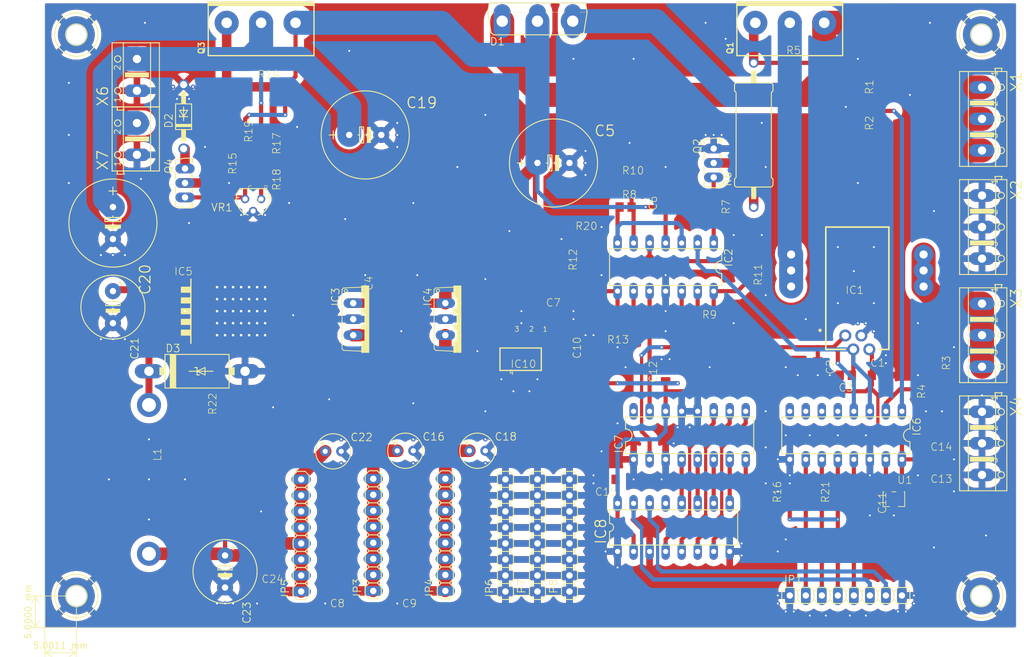
<source format=kicad_pcb>
(kicad_pcb (version 20221018) (generator pcbnew)
  (layers (0 "F.Cu" signal "Top") (31 "B.Cu" signal "Bottom") (34 "B.Paste" user) (35 "F.Paste" user) (36 "B.SilkS" user "B.Silkscreen") (37 "F.SilkS" user "F.Silkscreen") (38 "B.Mask" user) (39 "F.Mask" user) (44 "Edge.Cuts" user))
  (net 0 "")
  (net 1 "GND")
  (net 2 "+5V")
  (net 3 "+15V")
  (net 4 "Net-(D1-Pad3)")
  (net 5 "Net-(IC1-Pad5)")
  (net 6 "/I_BATT")
  (net 7 "/I_REF")
  (net 8 "Net-(Q2-PadB)")
  (net 9 "Net-(Q2-PadC)")
  (net 10 "Net-(D1-Pad1)")
  (net 11 "Net-(Q1-Pad1)")
  (net 12 "Net-(IC2-Pad1)")
  (net 13 "/ADC_REF")
  (net 14 "/CLK")
  (net 15 "/MISO")
  (net 16 "/MOSI")
  (net 17 "/CS")
  (net 18 "Net-(IC6-PadCH4)")
  (net 19 "Net-(IC6-PadCH5)")
  (net 20 "Net-(IC6-PadCH7)")
  (net 21 "Net-(IC6-PadCH6)")
  (net 22 "/U_BATT")
  (net 23 "/U_PSU")
  (net 24 "/SDA")
  (net 25 "/SCL")
  (net 26 "Net-(IC8-Pad13)")
  (net 27 "Net-(IC7-Pad4)")
  (net 28 "Net-(IC7-Pad5)")
  (net 29 "Net-(IC7-Pad6)")
  (net 30 "Net-(IC7-Pad7)")
  (net 31 "Net-(IC7-Pad8)")
  (net 32 "Net-(IC7-Pad9)")
  (net 33 "Net-(IC7-Pad10)")
  (net 34 "Net-(IC7-Pad11)")
  (net 35 "Net-(IC2-Pad14)")
  (net 36 "Net-(IC2-Pad13)")
  (net 37 "Net-(IC2-Pad10)")
  (net 38 "Net-(IC2-Pad9)")
  (net 39 "Net-(IC2-Pad5)")
  (net 40 "Net-(IC2-Pad6)")
  (net 41 "Net-(IC2-Pad3)")
  (net 42 "Net-(IC2-Pad8)")
  (net 43 "Net-(IC7-Pad16)")
  (net 44 "Net-(JP1-Pad4)")
  (net 45 "/5V_OUT")
  (net 46 "/3V3_OUT")
  (net 47 "/12V_OUT")
  (net 48 "Net-(Q3-Pad1)")
  (net 49 "Net-(Q4-PadB)")
  (net 50 "Net-(D2-PadC)")
  (net 51 "Net-(R17-Pad2)")
  (net 52 "Net-(R17-Pad1)")
  (net 53 "/5V_OUT_B")
  (net 54 "Net-(IC5-Pad4)")
  (net 55 "Net-(D3-PadC)")
  (footprint "supply_board:C0805" (layer "F.Cu") (at 203.5811 114.4986)
    (fp_text reference "C1")
    (fp_text value "47n")
  )
  (footprint "supply_board:C0805" (layer "F.Cu") (at 157.8611 110.6886 90)
    (fp_text reference "C10")
    (fp_text value "1u")
  )
  (footprint "supply_board:C0805" (layer "F.Cu") (at 202.3111 134.1836 -90)
    (fp_text reference "C11")
    (fp_text value "47n")
  )
  (footprint "supply_board:C0805" (layer "F.Cu") (at 169.9261 114.4986 90)
    (fp_text reference "C12")
    (fp_text value "100n")
  )
  (footprint "supply_board:C0805" (layer "F.Cu") (at 213.1061 132.9136)
    (fp_text reference "C13")
    (fp_text value "100n")
  )
  (footprint "supply_board:C0805" (layer "F.Cu") (at 213.1061 127.8336)
    (fp_text reference "C14")
    (fp_text value "100n")
  )
  (footprint "supply_board:C0805" (layer "F.Cu") (at 161.0361 131.0086 180)
    (fp_text reference "C15")
    (fp_text value "100n")
  )
  (footprint "supply_board:E2,5-6" (layer "F.Cu") (at 128.6511 126.4686)
    (fp_text reference "C16")
    (fp_text value "?")
  )
  (footprint "supply_board:E2,5-6" (layer "F.Cu") (at 140.0811 126.4686)
    (fp_text reference "C18")
    (fp_text value "CPOL-EUE2.5-6")
  )
  (footprint "supply_board:E5-13" (layer "F.Cu") (at 122.3011 76.3986)
    (fp_text reference "C19")
    (fp_text value "?")
  )
  (footprint "supply_board:C0805" (layer "F.Cu") (at 194.0561 113.2286 -90)
    (fp_text reference "C2")
    (fp_text value "47n")
  )
  (footprint "supply_board:C0805" (layer "F.Cu") (at 198.5011 114.4986 180)
    (fp_text reference "C3")
    (fp_text value "4n7")
  )
  (footprint "supply_board:C0805" (layer "F.Cu") (at 124.8411 99.8936 90)
    (fp_text reference "C4")
    (fp_text value "1u")
  )
  (footprint "supply_board:E5-13" (layer "F.Cu") (at 152.1461 80.8436)
    (fp_text reference "C5")
    (fp_text value "?")
  )
  (footprint "supply_board:C0805" (layer "F.Cu") (at 169.9261 87.1936 90)
    (fp_text reference "C6")
    (fp_text value "1u")
  )
  (footprint "supply_board:C0805" (layer "F.Cu") (at 152.1461 104.9736)
    (fp_text reference "C7")
    (fp_text value "1u")
  )
  (footprint "supply_board:C0805" (layer "F.Cu") (at 117.8561 148.6936 180)
    (fp_text reference "C8")
    (fp_text value "1u")
  )
  (footprint "supply_board:C0805" (layer "F.Cu") (at 129.2861 148.6936 180)
    (fp_text reference "C9")
    (fp_text value "1u")
  )
  (footprint "supply_board:TO247BV" (layer "F.Cu") (at 149.6061 55.4436)
    (fp_text reference "D1")
    (fp_text value "DSA80C45HB")
  )
  (footprint "supply_board:HLSR16-P" (layer "F.Cu") (at 195.3261 91.0036)
    (fp_text reference "IC1")
    (fp_text value "HLSR_10-P")
  )
  (footprint "supply_board:DIL14" (layer "F.Cu") (at 169.9261 97.3536 180)
    (fp_text reference "IC2")
    (fp_text value "LM324N")
  )
  (footprint "supply_board:TO220V" (layer "F.Cu") (at 122.9361 105.6086 -90)
    (fp_text reference "IC3")
    (fp_text value "AIMTEC 5.0V")
  )
  (footprint "supply_board:TO220V" (layer "F.Cu") (at 137.5411 105.6086 -90)
    (fp_text reference "IC4")
    (fp_text value "AIMTEC 3.3V")
  )
  (footprint "supply_board:DIL16" (layer "F.Cu") (at 198.5011 124.0236 180)
    (fp_text reference "IC6")
    (fp_text value "MCP3208")
  )
  (footprint "supply_board:DIL16" (layer "F.Cu") (at 173.7361 124.0236)
    (fp_text reference "IC7")
    (fp_text value "AD7524N")
  )
  (footprint "supply_board:DIL16" (layer "F.Cu") (at 171.1961 138.6286)
    (fp_text reference "IC8")
    (fp_text value "PCF8574P")
  )
  (footprint "supply_board:1X08" (layer "F.Cu") (at 198.5011 149.4236)
    (fp_text reference "JP1")
    (fp_text value "PINHD-1X8")
  )
  (footprint "supply_board:1X08" (layer "F.Cu") (at 123.5711 139.8036 90)
    (fp_text reference "JP3")
    (fp_text value "PINHD-1X8")
  )
  (footprint "supply_board:1X08" (layer "F.Cu") (at 135.0011 139.8036 90)
    (fp_text reference "JP4")
    (fp_text value "PINHD-1X8")
  )
  (footprint "supply_board:TO247-V" (layer "F.Cu") (at 189.6111 58.6186)
    (fp_text reference "Q1")
    (fp_text value "TIP36C")
  )
  (footprint "supply_board:TO126AV" (layer "F.Cu") (at 178.8161 80.8436 -90)
    (fp_text reference "Q2")
    (fp_text value "BD139-16")
  )
  (footprint "supply_board:TO247-V" (layer "F.Cu") (at 105.7911 58.6186)
    (fp_text reference "Q3")
    (fp_text value "TIP36C")
  )
  (footprint "supply_board:TO126AV" (layer "F.Cu") (at 94.9961 84.0186 -90)
    (fp_text reference "Q4")
    (fp_text value "BD139-16")
  )
  (footprint "supply_board:R0805" (layer "F.Cu") (at 204.2161 69.4136 90)
    (fp_text reference "R1")
    (fp_text value "9k")
  )
  (footprint "supply_board:R0805" (layer "F.Cu") (at 163.5761 84.0186)
    (fp_text reference "R10")
    (fp_text value "10k")
  )
  (footprint "supply_board:R0805" (layer "F.Cu") (at 182.6261 97.3536 -90)
    (fp_text reference "R11")
    (fp_text value "10k")
  )
  (footprint "supply_board:R0805" (layer "F.Cu") (at 157.2261 97.3536 90)
    (fp_text reference "R12")
    (fp_text value "10k")
  )
  (footprint "supply_board:R0805" (layer "F.Cu") (at 163.5761 106.8786 180)
    (fp_text reference "R13")
    (fp_text value "4k7")
  )
  (footprint "supply_board:R0805" (layer "F.Cu") (at 105.7911 68.7786)
    (fp_text reference "R14")
    (fp_text value "1k")
  )
  (footprint "supply_board:R0805" (layer "F.Cu") (at 103.2511 82.1136 90)
    (fp_text reference "R15")
    (fp_text value "1k")
  )
  (footprint "supply_board:R0805" (layer "F.Cu") (at 110.2361 78.9386 90)
    (fp_text reference "R17")
    (fp_text value "240R")
  )
  (footprint "supply_board:R0805" (layer "F.Cu") (at 110.2361 84.6536 90)
    (fp_text reference "R18")
    (fp_text value "22R")
  )
  (footprint "supply_board:R0805" (layer "F.Cu") (at 105.7911 77.0336 90)
    (fp_text reference "R19")
    (fp_text value "1k")
  )
  (footprint "supply_board:R0805" (layer "F.Cu") (at 204.2161 75.1286 90)
    (fp_text reference "R2")
    (fp_text value "1k")
  )
  (footprint "supply_board:R0805" (layer "F.Cu") (at 212.4711 111.9586 -90)
    (fp_text reference "R3")
    (fp_text value "9k")
  )
  (footprint "supply_board:R0805" (layer "F.Cu") (at 212.4711 117.6736 90)
    (fp_text reference "R4")
    (fp_text value "1k")
  )
  (footprint "supply_board:R0805" (layer "F.Cu") (at 189.6111 64.9686)
    (fp_text reference "R5")
    (fp_text value "1k")
  )
  (footprint "supply_board:0617_22" (layer "F.Cu") (at 183.8961 76.3986 90)
    (fp_text reference "R6")
    (fp_text value "47R/3W")
  )
  (footprint "supply_board:R0805" (layer "F.Cu") (at 177.5461 87.1936 -90)
    (fp_text reference "R7")
    (fp_text value "1k")
  )
  (footprint "supply_board:R0805" (layer "F.Cu") (at 163.5761 87.8286)
    (fp_text reference "R8")
    (fp_text value "10k")
  )
  (footprint "supply_board:R0805" (layer "F.Cu") (at 176.2761 106.8786)
    (fp_text reference "R9")
    (fp_text value "2k")
  )
  (footprint "supply_board:SOT23" (layer "F.Cu") (at 206.1211 134.1836 180)
    (fp_text reference "U1")
    (fp_text value "VOLT_REFERENCE" hide)
  )
  (footprint "supply_board:TO92-CLP" (layer "F.Cu") (at 104.5211 86.5586 180)
    (fp_text reference "VR1")
    (fp_text value "TL431CLP")
  )
  (footprint "supply_board:AK500_3" (layer "F.Cu") (at 220.0911 73.8586 -90)
    (fp_text reference "X1")
    (fp_text value "AK500_3")
  )
  (footprint "supply_board:AK500_3" (layer "F.Cu") (at 220.0911 91.0036 -90)
    (fp_text reference "X2")
    (fp_text value "AK500_3")
  )
  (footprint "supply_board:AK500_3" (layer "F.Cu") (at 220.0911 108.1486 -90)
    (fp_text reference "X3")
    (fp_text value "AK500_3")
  )
  (footprint "supply_board:AK500_3" (layer "F.Cu") (at 220.0911 125.2936 -90)
    (fp_text reference "X4")
    (fp_text value "AK500_3")
  )
  (footprint "supply_board:AK500_2" (layer "F.Cu") (at 86.1061 66.8736 90)
    (fp_text reference "X6")
    (fp_text value "AK500_2")
  )
  (footprint "supply_board:3,2-PAD" (layer "F.Cu") (at 76.5011 149.5036)
    (fp_text reference "H1" hide)
    (fp_text value "MOUNT-PAD-ROUND3.2" hide)
  )
  (footprint "supply_board:3,2-PAD" (layer "F.Cu") (at 219.9761 149.5036)
    (fp_text reference "H2" hide)
    (fp_text value "MOUNT-PAD-ROUND3.2" hide)
  )
  (footprint "supply_board:3,2-PAD" (layer "F.Cu") (at 219.9761 60.5036)
    (fp_text reference "H3" hide)
    (fp_text value "MOUNT-PAD-ROUND3.2" hide)
  )
  (footprint "supply_board:3,2-PAD" (layer "F.Cu") (at 76.5011 60.5036)
    (fp_text reference "H4" hide)
    (fp_text value "MOUNT-PAD-ROUND3.2" hide)
  )
  (footprint "supply_board:DO41Z10" (layer "F.Cu") (at 93.5011 73.5036 90)
    (fp_text reference "D2")
    (fp_text value "BZX85-3V3")
  )
  (footprint "supply_board:R0805" (layer "F.Cu") (at 156.1811 92.8236)
    (fp_text reference "R20")
    (fp_text value "18k")
  )
  (footprint "supply_board:AK500_2" (layer "F.Cu") (at 86.1061 77.0336 90)
    (fp_text reference "X7")
    (fp_text value "AK500_2")
  )
  (footprint "supply_board:E5-13" (layer "F.Cu") (at 82.2961 90.3686 -90)
    (fp_text reference "C20")
    (fp_text value "?")
  )
  (footprint "supply_board:R0805" (layer "F.Cu") (at 189.6111 134.1836 90)
    (fp_text reference "R16")
    (fp_text value "2k")
  )
  (footprint "supply_board:R0805" (layer "F.Cu") (at 197.2311 134.1836 90)
    (fp_text reference "R21")
    (fp_text value "1k")
  )
  (footprint "supply_board:1X08" (layer "F.Cu") (at 112.1411 139.8986 90)
    (fp_text reference "JP5")
    (fp_text value "PINHD-1X8")
  )
  (footprint "supply_board:E2,5-6" (layer "F.Cu") (at 117.2211 126.5636)
    (fp_text reference "C22")
    (fp_text value "CPOL-EUE2.5-6")
  )
  (footprint "supply_board:SOT223" (layer "F.Cu") (at 146.9391 111.9586 180)
    (fp_text reference "IC10")
    (fp_text value "LM340S")
  )
  (footprint "supply_board:TO263-5" (layer "F.Cu") (at 97.5361 104.3386 -90)
    (fp_text reference "IC5")
    (fp_text value "LM2576S")
  )
  (footprint "supply_board:R0805" (layer "F.Cu") (at 100.0761 120.2136 90)
    (fp_text reference "R22")
    (fp_text value "47R")
  )
  (footprint "supply_board:C4111-15" (layer "F.Cu") (at 95.6311 113.8636)
    (fp_text reference "D3")
    (fp_text value "1N5822")
  )
  (footprint "supply_board:TJ5-U2" (layer "F.Cu") (at 88.0111 131.0086 -90)
    (fp_text reference "L1")
    (fp_text value "100u/5A")
  )
  (footprint "supply_board:E5-10,5" (layer "F.Cu") (at 82.2961 103.7036 -90)
    (fp_text reference "C21")
    (fp_text value "100u/35V")
  )
  (footprint "supply_board:E5-10,5" (layer "F.Cu") (at 100.0761 145.6136 -90)
    (fp_text reference "C23")
    (fp_text value "1000u/25V")
  )
  (footprint "supply_board:C0805" (layer "F.Cu") (at 107.0611 148.7886)
    (fp_text reference "C24")
    (fp_text value "1u")
  )
  (footprint "supply_board:1X08" (layer "F.Cu") (at 144.5261 139.8986 90)
    (fp_text reference "JP6")
    (fp_text value "PINHD-1X8")
  )
  (footprint "supply_board:1X08" (layer "F.Cu") (at 149.6061 139.8986 90)
    (fp_text reference "JP7")
    (fp_text value "PINHD-1X8")
  )
  (footprint "supply_board:1X08" (layer "F.Cu") (at 154.6861 139.8986 90)
    (fp_text reference "JP8")
    (fp_text value "PINHD-1X8")
  )
  (gr_line (start 225.5011 154.5036) (end 225.5011 55.5036) (stroke (width 0.05)) (layer "Edge.Cuts"))
  (gr_line (start 71.5011 55.5036) (end 71.5011 154.5036) (stroke (width 0.05)) (layer "Edge.Cuts"))
  (gr_line (start 71.5011 154.5036) (end 225.5011 154.5036) (stroke (width 0.05)) (layer "Edge.Cuts"))
  (gr_line (start 225.5011 55.5036) (end 71.5011 55.5036) (stroke (width 0.05)) (layer "Edge.Cuts"))
  (dimension (type aligned) (layer "F.SilkS") (pts (xy 71.5 149.5) (xy 76.5011 149.5036)) (height 8.998557) (gr_text "5.0011 mm" (at 73.9949 157.350355 359.9587561) (layer "F.SilkS") (effects (font (size 1 1) (thickness 0.15)))) (format (prefix "") (suffix "") (units 2) (units_format 1) (precision 4)) (style (thickness 0.12) (arrow_length 1.27) (text_position_mode 0) (extension_height 0.58642) (extension_offset 0) keep_text_aligned))
  (dimension (type aligned) (layer "F.SilkS") (pts (xy 76.5 149.5) (xy 76.5 154.5)) (height 6.5) (gr_text "5.0000 mm" (at 68.85 152 90) (layer "F.SilkS") (effects (font (size 1 1) (thickness 0.15)))) (format (prefix "") (suffix "") (units 2) (units_format 1) (precision 4)) (style (thickness 0.12) (arrow_length 1.27) (text_position_mode 0) (extension_height 0.58642) (extension_offset 0) keep_text_aligned))
  (segment (start 91.7449 104.3386) (end 93.7261 104.3386) (width 1.1) (layer "F.Cu") (net 1))
  (via (at 100.0761 100.5286) (size 0.8064) (drill 0.4) (layers "F.Cu" "B.Cu") (net 1))
  (via (at 105.1561 100.5286) (size 0.8064) (drill 0.4) (layers "F.Cu" "B.Cu") (net 1))
  (via (at 103.8861 100.5286) (size 0.8064) (drill 0.4) (layers "F.Cu" "B.Cu") (net 1))
  (via (at 143.8911 115.1336) (size 0.7064) (drill 0.3) (layers "F.Cu" "B.Cu") (net 1))
  (via (at 101.3461 100.5286) (size 0.8064) (drill 0.4) (layers "F.Cu" "B.Cu") (net 1))
  (via (at 148.3361 117.0386) (size 0.7064) (drill 0.3) (layers "F.Cu" "B.Cu") (net 1))
  (via (at 149.6061 115.1336) (size 0.7064) (drill 0.3) (layers "F.Cu" "B.Cu") (net 1))
  (via (at 98.8061 100.5286) (size 0.8064) (drill 0.4) (layers "F.Cu" "B.Cu") (net 1))
  (via (at 157.2261 108.1486) (size 0.7064) (drill 0.3) (layers "F.Cu" "B.Cu") (net 1))
  (via (at 158.4961 108.1486) (size 0.7064) (drill 0.3) (layers "F.Cu" "B.Cu") (net 1))
  (via (at 155.3211 105.6086) (size 0.7064) (drill 0.3) (layers "F.Cu" "B.Cu") (net 1))
  (via (at 102.6161 100.5286) (size 0.8064) (drill 0.4) (layers "F.Cu" "B.Cu") (net 1))
  (via (at 106.4261 100.5286) (size 0.8064) (drill 0.4) (layers "F.Cu" "B.Cu") (net 1))
  (via (at 147.0661 104.3386) (size 0.7064) (drill 0.3) (layers "F.Cu" "B.Cu") (net 1))
  (via (at 147.0661 106.2436) (size 0.7064) (drill 0.3) (layers "F.Cu" "B.Cu") (net 1))
  (via (at 145.7961 117.0386) (size 0.7064) (drill 0.3) (layers "F.Cu" "B.Cu") (net 1))
  (via (at 201.6761 152.5986) (size 0.7064) (drill 0.3) (layers "F.Cu" "B.Cu") (net 1))
  (via (at 211.2011 120.2136) (size 0.7064) (drill 0.3) (layers "F.Cu" "B.Cu") (net 1))
  (via (at 192.7861 124.0236) (size 0.7064) (drill 0.3) (layers "F.Cu" "B.Cu") (net 1))
  (via (at 187.7061 142.4386) (size 0.7064) (drill 0.3) (layers "F.Cu" "B.Cu") (net 1))
  (via (at 187.7061 127.8336) (size 0.7064) (drill 0.3) (layers "F.Cu" "B.Cu") (net 1))
  (via (at 199.1361 152.5986) (size 0.7064) (drill 0.3) (layers "F.Cu" "B.Cu") (net 1))
  (via (at 208.0261 151.9636) (size 0.7064) (drill 0.3) (layers "F.Cu" "B.Cu") (net 1))
  (via (at 92.4561 70.6836) (size 0.7064) (drill 0.3) (layers "F.Cu" "B.Cu") (net 1))
  (via (at 170.5611 111.9586) (size 0.7064) (drill 0.3) (layers "F.Cu" "B.Cu") (net 1))
  (via (at 194.0561 114.4986) (size 0.7064) (drill 0.3) (layers "F.Cu" "B.Cu") (net 1))
  (via (at 169.2911 131.0086) (size 0.7064) (drill 0.3) (layers "F.Cu" "B.Cu") (net 1))
  (via (at 158.4961 131.6436) (size 0.7064) (drill 0.3) (layers "F.Cu" "B.Cu") (net 1))
  (via (at 197.2311 124.0236) (size 0.7064) (drill 0.3) (layers "F.Cu" "B.Cu") (net 1))
  (via (at 185.8011 131.6436) (size 0.7064) (drill 0.3) (layers "F.Cu" "B.Cu") (net 1))
  (via (at 169.9261 104.3386) (size 0.7064) (drill 0.3) (layers "F.Cu" "B.Cu") (net 1))
  (via (at 173.7361 122.7536) (size 0.7064) (drill 0.3) (layers "F.Cu" "B.Cu") (net 1))
  (via (at 202.9461 107.5136) (size 0.7064) (drill 0.3) (layers "F.Cu" "B.Cu") (net 1))
  (via (at 209.9311 106.2436) (size 0.7064) (drill 0.3) (layers "F.Cu" "B.Cu") (net 1))
  (via (at 164.8461 131.0086) (size 0.7064) (drill 0.3) (layers "F.Cu" "B.Cu") (net 1))
  (via (at 169.9261 107.5136) (size 0.7064) (drill 0.3) (layers "F.Cu" "B.Cu") (net 1))
  (via (at 155.3211 104.3386) (size 0.7064) (drill 0.3) (layers "F.Cu" "B.Cu") (net 1))
  (via (at 201.6761 106.2436) (size 0.7064) (drill 0.3) (layers "F.Cu" "B.Cu") (net 1))
  (via (at 169.9261 98.6236) (size 0.7064) (drill 0.3) (layers "F.Cu" "B.Cu") (net 1))
  (via (at 195.9611 114.4986) (size 0.7064) (drill 0.3) (layers "F.Cu" "B.Cu") (net 1))
  (via (at 204.8511 112.5936) (size 0.7064) (drill 0.3) (layers "F.Cu" "B.Cu") (net 1))
  (via (at 158.4961 130.3736) (size 0.7064) (drill 0.3) (layers "F.Cu" "B.Cu") (net 1))
  (via (at 189.6111 130.3736) (size 0.7064) (drill 0.3) (layers "F.Cu" "B.Cu") (net 1))
  (via (at 181.9911 143.0736) (size 0.7064) (drill 0.3) (layers "F.Cu" "B.Cu") (net 1))
  (via (at 181.9911 141.1686) (size 0.7064) (drill 0.3) (layers "F.Cu" "B.Cu") (net 1))
  (via (at 187.7061 132.9136) (size 0.7064) (drill 0.3) (layers "F.Cu" "B.Cu") (net 1))
  (via (at 187.7061 149.4236) (size 0.7064) (drill 0.3) (layers "F.Cu" "B.Cu") (net 1))
  (via (at 189.6111 131.6436) (size 0.7064) (drill 0.3) (layers "F.Cu" "B.Cu") (net 1))
  (via (at 188.9761 151.9636) (size 0.7064) (drill 0.3) (layers "F.Cu" "B.Cu") (net 1))
  (via (at 176.9111 113.2286) (size 0.7064) (drill 0.3) (layers "F.Cu" "B.Cu") (net 1))
  (via (at 185.8011 101.7986) (size 0.7064) (drill 0.3) (layers "F.Cu" "B.Cu") (net 1))
  (via (at 192.7861 152.5986) (size 0.7064) (drill 0.3) (layers "F.Cu" "B.Cu") (net 1))
  (via (at 209.9311 114.4986) (size 0.7064) (drill 0.3) (layers "F.Cu" "B.Cu") (net 1))
  (via (at 206.7561 151.9636) (size 0.7064) (drill 0.3) (layers "F.Cu" "B.Cu") (net 1))
  (via (at 188.9761 113.2286) (size 0.7064) (drill 0.3) (layers "F.Cu" "B.Cu") (net 1))
  (via (at 192.1511 105.6086) (size 0.7064) (drill 0.3) (layers "F.Cu" "B.Cu") (net 1))
  (via (at 162.3061 122.1186) (size 0.7064) (drill 0.3) (layers "F.Cu" "B.Cu") (net 1))
  (via (at 190.8811 114.4986) (size 0.7064) (drill 0.3) (layers "F.Cu" "B.Cu") (net 1))
  (via (at 159.7661 126.5636) (size 0.7064) (drill 0.3) (layers "F.Cu" "B.Cu") (net 1))
  (via (at 201.6761 124.0236) (size 0.7064) (drill 0.3) (layers "F.Cu" "B.Cu") (net 1))
  (via (at 171.1961 125.2936) (size 0.7064) (drill 0.3) (layers "F.Cu" "B.Cu") (net 1))
  (via (at 153.4161 92.9086) (size 0.7064) (drill 0.3) (layers "F.Cu" "B.Cu") (net 1))
  (via (at 213.7411 120.2136) (size 0.7064) (drill 0.3) (layers "F.Cu" "B.Cu") (net 1))
  (via (at 180.7211 106.2436) (size 0.7064) (drill 0.3) (layers "F.Cu" "B.Cu") (net 1))
  (via (at 200.4061 106.2436) (size 0.7064) (drill 0.3) (layers "F.Cu" "B.Cu") (net 1))
  (via (at 188.9761 124.0236) (size 0.7064) (drill 0.3) (layers "F.Cu" "B.Cu") (net 1))
  (via (at 185.8011 125.9286) (size 0.7064) (drill 0.3) (layers "F.Cu" "B.Cu") (net 1))
  (via (at 188.9761 140.5336) (size 0.7064) (drill 0.3) (layers "F.Cu" "B.Cu") (net 1))
  (via (at 185.8011 120.2136) (size 0.7064) (drill 0.3) (layers "F.Cu" "B.Cu") (net 1))
  (via (at 190.2461 151.9636) (size 0.7064) (drill 0.3) (layers "F.Cu" "B.Cu") (net 1))
  (via (at 187.7061 150.6936) (size 0.7064) (drill 0.3) (layers "F.Cu" "B.Cu") (net 1))
  (via (at 169.2911 111.9586) (size 0.7064) (drill 0.3) (layers "F.Cu" "B.Cu") (net 1))
  (via (at 195.3261 152.5986) (size 0.7064) (drill 0.3) (layers "F.Cu" "B.Cu") (net 1))
  (via (at 209.2961 150.6936) (size 0.7064) (drill 0.3) (layers "F.Cu" "B.Cu") (net 1))
  (via (at 204.8511 111.3236) (size 0.7064) (drill 0.3) (layers "F.Cu" "B.Cu") (net 1))
  (via (at 209.2961 149.4236) (size 0.7064) (drill 0.3) (layers "F.Cu" "B.Cu") (net 1))
  (via (at 91.8211 68.7786) (size 0.7064) (drill 0.3) (layers "F.Cu" "B.Cu") (net 1))
  (via (at 171.8311 122.7536) (size 0.7064) (drill 0.3) (layers "F.Cu" "B.Cu") (net 1))
  (via (at 159.7661 98.6236) (size 0.7064) (drill 0.3) (layers "F.Cu" "B.Cu") (net 1))
  (via (at 94.9961 68.7786) (size 0.7064) (drill 0.3) (layers "F.Cu" "B.Cu") (net 1))
  (via (at 101.3461 106.2436) (size 0.8064) (drill 0.4) (layers "F.Cu" "B.Cu") (net 1))
  (via (at 200.4061 64.3336) (size 0.7064) (drill 0.3) (layers "F.Cu" "B.Cu") (net 1))
  (via (at 105.1561 108.1486) (size 0.8064) (drill 0.4) (layers "F.Cu" "B.Cu") (net 1))
  (via (at 88.0111 124.6586) (size 0.7064) (drill 0.3) (layers "F.Cu" "B.Cu") (net 1))
  (via (at 93.7261 104.3386) (size 0.7064) (drill 0.3) (layers "F.Cu" "B.Cu") (net 1))
  (via (at 98.8061 102.4336) (size 0.8064) (drill 0.4) (layers "F.Cu" "B.Cu") (net 1))
  (via (at 118.4911 128.4686) (size 0.7064) (drill 0.3) (layers "F.Cu" "B.Cu") (net 1))
  (via (at 157.2261 80.8436) (size 0.7064) (drill 0.3) (layers "F.Cu" "B.Cu") (net 1))
  (via (at 157.2261 82.7486) (size 0.7064) (drill 0.3) (layers "F.Cu" "B.Cu") (net 1))
  (via (at 80.3911 95.4486) (size 0.7064) (drill 0.3) (layers "F.Cu" "B.Cu") (net 1))
  (via (at 110.2361 87.1936) (size 0.7064) (drill 0.3) (layers "F.Cu" "B.Cu") (net 1))
  (via (at 176.2761 58.6186) (size 0.7064) (drill 0.3) (layers "F.Cu" "B.Cu") (net 1))
  (via (at 100.0761 104.3386) (size 0.8064) (drill 0.4) (layers "F.Cu" "B.Cu") (net 1))
  (via (at 102.6161 104.3386) (size 0.8064) (drill 0.4) (layers "F.Cu" "B.Cu") (net 1))
  (via (at 157.2261 78.9386) (size 0.7064) (drill 0.3) (layers "F.Cu" "B.Cu") (net 1))
  (via (at 106.4261 104.3386) (size 0.8064) (drill 0.4) (layers "F.Cu" "B.Cu") (net 1))
  (via (at 102.6161 89.0986) (size 0.7064) (drill 0.3) (layers "F.Cu" "B.Cu") (net 1))
  (via (at 185.1661 74.4936) (size 0.7064) (drill 0.3) (layers "F.Cu" "B.Cu") (net 1))
  (via (at 100.7111 84.0186) (size 0.7064) (drill 0.3) (layers "F.Cu" "B.Cu") (net 1))
  (via (at 98.8061 104.3386) (size 0.8064) (drill 0.4) (layers "F.Cu" "B.Cu") (net 1))
  (via (at 103.8861 104.3386) (size 0.8064) (drill 0.4) (layers "F.Cu" "B.Cu") (net 1))
  (via (at 80.3911 108.7836) (size 0.7064) (drill 0.3) (layers "F.Cu" "B.Cu") (net 1))
  (via (at 102.6161 106.2436) (size 0.8064) (drill 0.4) (layers "F.Cu" "B.Cu") (net 1))
  (via (at 103.8861 106.2436) (size 0.8064) (drill 0.4) (layers "F.Cu" "B.Cu") (net 1))
  (via (at 105.1561 102.4336) (size 0.8064) (drill 0.4) (layers "F.Cu" "B.Cu") (net 1))
  (via (at 105.1561 106.2436) (size 0.8064) (drill 0.4) (layers "F.Cu" "B.Cu") (net 1))
  (via (at 164.8461 64.3336) (size 0.7064) (drill 0.3) (layers "F.Cu" "B.Cu") (net 1))
  (via (at 84.2011 108.7836) (size 0.7064) (drill 0.3) (layers "F.Cu" "B.Cu") (net 1))
  (via (at 127.3811 78.3036) (size 0.7064) (drill 0.3) (layers "F.Cu" "B.Cu") (net 1))
  (via (at 100.0761 108.1486) (size 0.8064) (drill 0.4) (layers "F.Cu" "B.Cu") (net 1))
  (via (at 81.6611 131.0086) (size 0.7064) (drill 0.3) (layers "F.Cu" "B.Cu") (net 1))
  (via (at 101.3461 102.4336) (size 0.8064) (drill 0.4) (layers "F.Cu" "B.Cu") (net 1))
  (via (at 88.0111 137.3586) (size 0.7064) (drill 0.3) (layers "F.Cu" "B.Cu") (net 1))
  (via (at 100.0761 106.2436) (size 0.8064) (drill 0.4) (layers "F.Cu" "B.Cu") (net 1))
  (via (at 93.7261 131.0086) (size 0.7064) (drill 0.3) (layers "F.Cu" "B.Cu") (net 1))
  (via (at 177.5461 76.3986) (size 0.7064) (drill 0.3) (layers "F.Cu" "B.Cu") (net 1))
  (via (at 127.3811 76.3986) (size 0.7064) (drill 0.3) (layers "F.Cu" "B.Cu") (net 1))
  (via (at 94.3611 70.6836) (size 0.7064) (drill 0.3) (layers "F.Cu" "B.Cu") (net 1))
  (via (at 179.4511 61.1586) (size 0.7064) (drill 0.3) (layers "F.Cu" "B.Cu") (net 1))
  (via (at 176.2761 76.3986) (size 0.7064) (drill 0.3) (layers "F.Cu" "B.Cu") (net 1))
  (via (at 106.4261 89.0986) (size 0.7064) (drill 0.3) (layers "F.Cu" "B.Cu") (net 1))
  (via (at 178.8161 76.3986) (size 0.7064) (drill 0.3) (layers "F.Cu" "B.Cu") (net 1))
  (via (at 82.2961 108.7836) (size 0.7064) (drill 0.3) (layers "F.Cu" "B.Cu") (net 1))
  (via (at 198.5011 71.9536) (size 0.7064) (drill 0.3) (layers "F.Cu" "B.Cu") (net 1))
  (via (at 84.2011 95.4486) (size 0.7064) (drill 0.3) (layers "F.Cu" "B.Cu") (net 1))
  (via (at 102.6161 102.4336) (size 0.8064) (drill 0.4) (layers "F.Cu" "B.Cu") (net 1))
  (via (at 103.8861 102.4336) (size 0.8064) (drill 0.4) (layers "F.Cu" "B.Cu") (net 1))
  (via (at 101.3461 104.3386) (size 0.8064) (drill 0.4) (layers "F.Cu" "B.Cu") (net 1))
  (via (at 106.4261 106.2436) (size 0.8064) (drill 0.4) (layers "F.Cu" "B.Cu") (net 1))
  (via (at 101.3461 108.1486) (size 0.8064) (drill 0.4) (layers "F.Cu" "B.Cu") (net 1))
  (via (at 103.8861 108.1486) (size 0.8064) (drill 0.4) (layers "F.Cu" "B.Cu") (net 1))
  (via (at 100.0761 102.4336) (size 0.8064) (drill 0.4) (layers "F.Cu" "B.Cu") (net 1))
  (via (at 155.3211 64.3336) (size 0.7064) (drill 0.3) (layers "F.Cu" "B.Cu") (net 1))
  (via (at 98.8061 106.2436) (size 0.8064) (drill 0.4) (layers "F.Cu" "B.Cu") (net 1))
  (via (at 98.8061 108.1486) (size 0.8064) (drill 0.4) (layers "F.Cu" "B.Cu") (net 1))
  (via (at 102.6161 108.1486) (size 0.8064) (drill 0.4) (layers "F.Cu" "B.Cu") (net 1))
  (via (at 105.1561 104.3386) (size 0.8064) (drill 0.4) (layers "F.Cu" "B.Cu") (net 1))
  (via (at 211.8361 58.6186) (size 0.7064) (drill 0.3) (layers "F.Cu" "B.Cu") (net 1))
  (via (at 82.2961 95.4486) (size 0.7064) (drill 0.3) (layers "F.Cu" "B.Cu") (net 1))
  (via (at 106.4261 102.4336) (size 0.8064) (drill 0.4) (layers "F.Cu" "B.Cu") (net 1))
  (via (at 88.0111 131.0086) (size 0.7064) (drill 0.3) (layers "F.Cu" "B.Cu") (net 1))
  (via (at 106.4261 108.1486) (size 0.8064) (drill 0.4) (layers "F.Cu" "B.Cu") (net 1))
  (via (at 127.3811 74.4936) (size 0.7064) (drill 0.3) (layers "F.Cu" "B.Cu") (net 1))
  (via (at 200.4061 84.0186) (size 0.7064) (drill 0.3) (layers "F.Cu" "B.Cu") (net 1))
  (via (at 208.6611 70.0486) (size 0.7064) (drill 0.3) (layers "F.Cu" "B.Cu") (net 1))
  (via (at 116.5861 118.3086) (size 0.7064) (drill 0.3) (layers "F.Cu" "B.Cu") (net 1))
  (via (at 206.1211 136.7236) (size 0.7064) (drill 0.3) (layers "F.Cu" "B.Cu") (net 1))
  (via (at 164.2111 77.6686) (size 0.7064) (drill 0.3) (layers "F.Cu" "B.Cu") (net 1))
  (via (at 169.9261 81.4786) (size 0.7064) (drill 0.3) (layers "F.Cu" "B.Cu") (net 1))
  (via (at 141.3511 120.2136) (size 0.7064) (drill 0.3) (layers "F.Cu" "B.Cu") (net 1))
  (via (at 140.0811 110.6886) (size 0.7064) (drill 0.3) (layers "F.Cu" "B.Cu") (net 1))
  (via (at 202.3111 130.3736) (size 0.7064) (drill 0.3) (layers "F.Cu" "B.Cu") (net 1))
  (via (at 141.3511 73.2236) (size 0.7064) (drill 0.3) (layers "F.Cu" "B.Cu") (net 1))
  (via (at 199.7711 97.9886) (size 0.7064) (drill 0.3) (layers "F.Cu" "B.Cu") (net 1))
  (via (at 94.3611 90.3686) (size 0.7064) (drill 0.3) (layers "F.Cu" "B.Cu") (net 1))
  (via (at 100.0761 150.6936) (size 0.7064) (drill 0.3) (layers "F.Cu" "B.Cu") (net 1))
  (via (at 101.3461 150.6936) (size 0.7064) (drill 0.3) (layers "F.Cu" "B.Cu") (net 1))
  (via (at 129.9211 118.9436) (size 0.7064) (drill 0.3) (layers "F.Cu" "B.Cu") (net 1))
  (via (at 105.7911 136.0886) (size 0.7064) (drill 0.3) (layers "F.Cu" "B.Cu") (net 1))
  (via (at 75.3111 76.3986) (size 0.7064) (drill 0.3) (layers "F.Cu" "B.Cu") (net 1))
  (via (at 220.7261 139.8986) (size 0.7064) (drill 0.3) (layers "F.Cu" "B.Cu") (net 1))
  (via (at 220.0911 117.6736) (size 0.7064) (drill 0.3) (layers "F.Cu" "B.Cu") (net 1))
  (via (at 197.2311 103.0686) (size 0.7064) (drill 0.3) (layers "F.Cu" "B.Cu") (net 1))
  (via (at 141.3511 124.6586) (size 0.7064) (drill 0.3) (layers "F.Cu" "B.Cu") (net 1))
  (via (at 128.0161 107.5136) (size 0.7064) (drill 0.3) (layers "F.Cu" "B.Cu") (net 1))
  (via (at 202.3111 136.7236) (size 0.7064) (drill 0.3) (layers "F.Cu" "B.Cu") (net 1))
  (via (at 115.9511 150.6936) (size 0.7064) (drill 0.3) (layers "F.Cu" "B.Cu") (net 1))
  (via (at 162.3061 110.0536) (size 0.7064) (drill 0.3) (layers "F.Cu" "B.Cu") (net 1))
  (via (at 129.9211 128.4686) (size 0.7064) (drill 0.3) (layers "F.Cu" "B.Cu") (net 1))
  (via (at 185.1661 92.2736) (size 0.7064) (drill 0.3) (layers "F.Cu" "B.Cu") (net 1))
  (via (at 127.3811 150.6936) (size 0.7064) (drill 0.3) (layers "F.Cu" "B.Cu") (net 1))
  (via (at 160.4011 142.4386) (size 0.7064) (drill 0.3) (layers "F.Cu" "B.Cu") (net 1))
  (via (at 185.8011 81.4786) (size 0.7064) (drill 0.3) (layers "F.Cu" "B.Cu") (net 1))
  (via (at 202.9461 94.1786) (size 0.7064) (drill 0.3) (layers "F.Cu" "B.Cu") (net 1))
  (via (at 75.3111 68.1436) (size 0.7064) (drill 0.3) (layers "F.Cu" "B.Cu") (net 1))
  (via (at 129.9211 124.6586) (size 0.7064) (drill 0.3) (layers "F.Cu" "B.Cu") (net 1))
  (via (at 209.9311 130.3736) (size 0.7064) (drill 0.3) (layers "F.Cu" "B.Cu") (net 1))
  (via (at 215.6461 132.9136) (size 0.7064) (drill 0.3) (layers "F.Cu" "B.Cu") (net 1))
  (via (at 96.9011 78.3036) (size 0.7064) (drill 0.3) (layers "F.Cu" "B.Cu") (net 1))
  (via (at 163.5761 113.2286) (size 0.7064) (drill 0.3) (layers "F.Cu" "B.Cu") (net 1))
  (via (at 215.6461 110.0536) (size 0.7064) (drill 0.3) (layers "F.Cu" "B.Cu") (net 1))
  (via (at 197.2311 94.1786) (size 0.7064) (drill 0.3) (layers "F.Cu" "B.Cu") (net 1))
  (via (at 130.5561 98.6236) (size 0.7064) (drill 0.3) (layers "F.Cu" "B.Cu") (net 1))
  (via (at 145.1611 91.6386) (size 0.7064) (drill 0.3) (layers "F.Cu" "B.Cu") (net 1))
  (via (at 107.6961 119.5786) (size 0.7064) (drill 0.3) (layers "F.Cu" "B.Cu") (net 1))
  (via (at 86.7411 83.3836) (size 0.7064) (drill 0.3) (layers "F.Cu" "B.Cu") (net 1))
  (via (at 141.3511 128.4686) (size 0.7064) (drill 0.3) (layers "F.Cu" "B.Cu") (net 1))
  (via (at 159.7661 91.0036) (size 0.7064) (drill 0.3) (layers "F.Cu" "B.Cu") (net 1))
  (via (at 111.5061 75.1286) (size 0.7064) (drill 0.3) (layers "F.Cu" "B.Cu") (net 1))
  (via (at 202.9461 103.0686) (size 0.7064) (drill 0.3) (layers "F.Cu" "B.Cu") (net 1))
  (via (at 180.7211 92.2736) (size 0.7064) (drill 0.3) (layers "F.Cu" "B.Cu") (net 1))
  (via (at 75.3111 84.0186) (size 0.7064) (drill 0.3) (layers "F.Cu" "B.Cu") (net 1))
  (via (at 87.3761 58.6186) (size 0.7064) (drill 0.3) (layers "F.Cu" "B.Cu") (net 1))
  (via (at 215.6461 127.8336) (size 0.7064) (drill 0.3) (layers "F.Cu" "B.Cu") (net 1))
  (via (at 119.7611 63.0636) (size 0.7064) (drill 0.3) (layers "F.Cu" "B.Cu") (net 1))
  (via (at 136.9061 81.4786) (size 0.7064) (drill 0.3) (layers "F.Cu" "B.Cu") (net 1))
  (via (at 105.1561 150.6936) (size 0.7064) (drill 0.3) (layers "F.Cu" "B.Cu") (net 1))
  (via (at 119.1261 89.7336) (size 0.7064) (drill 0.3) (layers "F.Cu" "B.Cu") (net 1))
  (via (at 129.9211 87.1936) (size 0.7064) (drill 0.3) (layers "F.Cu" "B.Cu") (net 1))
  (via (at 162.3061 144.9786) (size 0.7064) (drill 0.3) (layers "F.Cu" "B.Cu") (net 1))
  (via (at 110.8711 104.9736) (size 0.7064) (drill 0.3) (layers "F.Cu" "B.Cu") (net 1))
  (via (at 118.4911 124.6586) (size 0.7064) (drill 0.3) (layers "F.Cu" "B.Cu") (net 1))
  (via (at 212.4711 141.8036) (size 0.7064) (drill 0.3) (layers "F.Cu" "B.Cu") (net 1))
  (via (at 141.3511 99.2586) (size 0.7064) (drill 0.3) (layers "F.Cu" "B.Cu") (net 1))
  (via (at 122.3011 98.6236) (size 0.7064) (drill 0.3) (layers "F.Cu" "B.Cu") (net 1))
  (via (at 98.8061 150.6936) (size 0.7064) (drill 0.3) (layers "F.Cu" "B.Cu") (net 1))
  (via (at 212.4711 88.4636) (size 0.7064) (drill 0.3) (layers "F.Cu" "B.Cu") (net 1))
  (segment (start 202.6311 110.8086) (end 202.2261 110.4036) (width 0.6604) (layer "F.Cu") (net 2))
  (segment (start 169.9261 115.4486) (end 169.9261 117.0386) (width 0.6604) (layer "F.Cu") (net 2))
  (segment (start 169.9261 117.0386) (end 201.6761 117.0386) (width 0.6604) (layer "F.Cu") (net 2))
  (segment (start 201.6761 117.0386) (end 202.3111 116.4036) (width 0.6604) (layer "F.Cu") (net 2))
  (segment (start 202.3111 116.4036) (end 202.6311 116.0836) (width 0.6604) (layer "F.Cu") (net 2))
  (segment (start 169.9261 117.0386) (end 169.9261 120.2136) (width 0.6604) (layer "F.Cu") (net 2))
  (segment (start 162.3061 134.8186) (end 162.3061 137.3586) (width 0.6604) (layer "F.Cu") (net 2))
  (segment (start 162.3061 137.3586) (end 164.8461 139.8986) (width 0.6604) (layer "F.Cu") (net 2))
  (segment (start 164.8461 139.8986) (end 164.8461 142.4386) (width 0.6604) (layer "F.Cu") (net 2))
  (segment (start 202.6311 114.4986) (end 202.6311 116.0836) (width 0.6604) (layer "F.Cu") (net 2))
  (segment (start 202.6311 114.4986) (end 202.6311 110.8086) (width 0.6604) (layer "F.Cu") (net 2))
  (segment (start 207.3911 130.3736) (end 207.3911 127.8336) (width 0.6604) (layer "F.Cu") (net 2))
  (segment (start 207.3911 127.8336) (end 207.3911 125.2936) (width 0.6604) (layer "F.Cu") (net 2))
  (segment (start 206.1211 124.0236) (end 204.8511 124.0236) (width 0.6604) (layer "F.Cu") (net 2))
  (segment (start 203.5811 117.6736) (end 202.3111 116.4036) (width 0.6604) (layer "F.Cu") (net 2))
  (segment (start 212.1561 132.9136) (end 207.2411 132.9136) (width 0.6604) (layer "F.Cu") (net 2))
  (segment (start 203.5811 122.7536) (end 203.5811 117.6736) (width 0.508) (layer "F.Cu") (net 2))
  (segment (start 207.3911 125.2936) (end 206.1211 124.0236) (width 0.6604) (layer "F.Cu") (net 2))
  (segment (start 204.8511 124.0236) (end 203.5811 122.7536) (width 0.6604) (layer "F.Cu") (net 2))
  (segment (start 207.2411 132.9136) (end 207.0711 133.0836) (width 0.6604) (layer "F.Cu") (net 2))
  (segment (start 170.2461 115.7686) (end 169.9261 115.4486) (width 0.6604) (layer "F.Cu") (net 2))
  (segment (start 162.3061 131.3286) (end 161.9861 131.0086) (width 0.6604) (layer "F.Cu") (net 2))
  (segment (start 207.0711 133.0836) (end 207.0711 130.6936) (width 0.6604) (layer "F.Cu") (net 2))
  (segment (start 144.6277 111.6386) (end 144.6277 108.8598) (width 0.6604) (layer "F.Cu") (net 2))
  (segment (start 171.8311 115.7686) (end 170.2461 115.7686) (width 0.6604) (layer "F.Cu") (net 2))
  (segment (start 157.8611 111.6386) (end 144.6277 111.6386) (width 0.6604) (layer "F.Cu") (net 2))
  (segment (start 207.3911 127.8336) (end 212.1561 127.8336) (width 0.6604) (layer "F.Cu") (net 2))
  (segment (start 162.3061 115.7686) (end 160.4011 115.7686) (width 0.6604) (layer "F.Cu") (net 2))
  (segment (start 162.3061 134.8186) (end 162.3061 131.3286) (width 0.6604) (layer "F.Cu") (net 2))
  (segment (start 207.0711 130.6936) (end 207.3911 130.3736) (width 0.6604) (layer "F.Cu") (net 2))
  (segment (start 157.8611 113.2286) (end 157.8611 111.6386) (width 0.6604) (layer "F.Cu") (net 2))
  (segment (start 160.4011 115.7686) (end 157.8611 113.2286) (width 0.6604) (layer "F.Cu") (net 2))
  (via (at 171.8311 115.7686) (size 0.7064) (drill 0.3) (layers "F.Cu" "B.Cu") (net 2))
  (via (at 162.3061 115.7686) (size 0.6064) (drill 0.2) (layers "F.Cu" "B.Cu") (net 2))
  (segment (start 169.9261 123.3886) (end 168.6561 124.6586) (width 0.6604) (layer "B.Cu") (net 2))
  (segment (start 168.6561 124.6586) (end 163.5761 124.6586) (width 0.6604) (layer "B.Cu") (net 2))
  (segment (start 169.9261 120.2136) (end 169.9261 123.3886) (width 0.6604) (layer "B.Cu") (net 2))
  (segment (start 163.5761 124.6586) (end 162.3061 125.9286) (width 0.6604) (layer "B.Cu") (net 2))
  (segment (start 162.3061 115.7686) (end 171.8311 115.7686) (width 0.6604) (layer "B.Cu") (net 2))
  (segment (start 162.3061 125.9286) (end 162.3061 134.8186) (width 0.6604) (layer "B.Cu") (net 2))
  (segment (start 169.6111 87.8286) (end 169.9261 88.1436) (width 0.6604) (layer "F.Cu") (net 3))
  (segment (start 169.9261 88.1436) (end 169.9261 93.5436) (width 0.6604) (layer "F.Cu") (net 3))
  (segment (start 124.8411 100.8436) (end 124.8411 103.0686) (width 1.5) (layer "F.Cu") (net 3))
  (segment (start 109.6011 73.2236) (end 109.6011 68.7786) (width 0.6604) (layer "F.Cu") (net 3))
  (segment (start 103.2511 81.1636) (end 103.2511 73.8586) (width 0.6604) (layer "F.Cu") (net 3))
  (segment (start 124.8411 103.0686) (end 135.0011 103.0686) (width 1.5) (layer "F.Cu") (net 3))
  (segment (start 149.2111 104.9736) (end 149.2111 81.2386) (width 0.6604) (layer "F.Cu") (net 3))
  (segment (start 166.7511 87.8286) (end 169.6111 87.8286) (width 0.6604) (layer "F.Cu") (net 3))
  (segment (start 149.2505 108.8598) (end 149.2111 108.8598) (width 0.6604) (layer "F.Cu") (net 3))
  (segment (start 149.2111 108.8598) (end 149.2111 104.9736) (width 0.6604) (layer "F.Cu") (net 3))
  (segment (start 135.0011 95.4486) (end 149.6061 80.8436) (width 2) (layer "F.Cu") (net 3))
  (segment (start 135.0011 95.4486) (end 135.0011 103.0686) (width 2) (layer "F.Cu") (net 3))
  (segment (start 91.7449 100.935) (end 82.5247 100.935) (width 1.1) (layer "F.Cu") (net 3))
  (segment (start 109.6011 68.7786) (end 111.2521 67.1276) (width 0.6604) (layer "F.Cu") (net 3))
  (segment (start 106.7411 68.7786) (end 109.6011 68.7786) (width 0.6604) (layer "F.Cu") (net 3))
  (segment (start 111.2521 58.6186) (end 111.2521 67.1276) (width 0.6604) (layer "F.Cu") (net 3))
  (segment (start 149.2111 81.2386) (end 149.6061 80.8436) (width 0.6604) (layer "F.Cu") (net 3))
  (segment (start 103.2511 73.8586) (end 103.8861 73.2236) (width 0.6604) (layer "F.Cu") (net 3))
  (segment (start 151.1961 104.9736) (end 149.2111 104.9736) (width 0.6604) (layer "F.Cu") (net 3))
  (segment (start 120.3961 103.0686) (end 124.8411 103.0686) (width 1.5) (layer "F.Cu") (net 3))
  (segment (start 91.8211 100.8588) (end 91.8211 98.6236) (width 1.1) (layer "F.Cu") (net 3))
  (segment (start 94.9961 95.4486) (end 135.0011 95.4486) (width 1.1) (layer "F.Cu") (net 3))
  (segment (start 91.8211 98.6236) (end 94.9961 95.4486) (width 1.1) (layer "F.Cu") (net 3))
  (segment (start 82.5247 100.935) (end 82.2961 101.1636) (width 1.1) (layer "F.Cu") (net 3))
  (segment (start 91.7449 100.935) (end 91.8211 100.8588) (width 1.1) (layer "F.Cu") (net 3))
  (via (at 103.8861 73.2236) (size 0.7064) (drill 0.3) (layers "F.Cu" "B.Cu") (net 3))
  (via (at 109.6011 73.2236) (size 0.7064) (drill 0.3) (layers "F.Cu" "B.Cu") (net 3))
  (via (at 166.7511 87.8286) (size 0.7064) (drill 0.3) (layers "F.Cu" "B.Cu") (net 3))
  (segment (start 152.1461 87.8286) (end 166.7511 87.8286) (width 0.6604) (layer "B.Cu") (net 3))
  (segment (start 103.8861 73.2236) (end 109.6011 73.2236) (width 0.6604) (layer "B.Cu") (net 3))
  (segment (start 149.6061 58.3646) (end 149.6061 63.6986) (width 3.81) (layer "B.Cu") (net 3))
  (segment (start 111.2521 58.6186) (end 134.3661 58.6186) (width 3.81) (layer "B.Cu") (net 3))
  (segment (start 149.6061 80.8436) (end 149.6061 85.2886) (width 0.6604) (layer "B.Cu") (net 3))
  (segment (start 149.6061 63.6986) (end 149.6061 80.8436) (width 3.81) (layer "B.Cu") (net 3))
  (segment (start 149.6061 85.2886) (end 152.1461 87.8286) (width 0.6604) (layer "B.Cu") (net 3))
  (segment (start 134.3661 58.6186) (end 139.4461 63.6986) (width 3.81) (layer "B.Cu") (net 3))
  (segment (start 139.4461 63.6986) (end 149.6061 63.6986) (width 3.81) (layer "B.Cu") (net 3))
  (segment (start 155.1941 58.3646) (end 168.4021 58.3646) (width 3.81) (layer "B.Cu") (net 4))
  (segment (start 189.8261 95.3536) (end 189.8261 97.8936) (width 3.81) (layer "B.Cu") (net 4))
  (segment (start 180.0861 70.0486) (end 189.6111 70.0486) (width 3.81) (layer "B.Cu") (net 4))
  (segment (start 189.6111 58.6186) (end 189.6111 70.0486) (width 3.81) (layer "B.Cu") (net 4))
  (segment (start 189.6111 70.0486) (end 189.6111 95.1386) (width 3.81) (layer "B.Cu") (net 4))
  (segment (start 189.6111 95.1386) (end 189.8261 95.3536) (width 3.81) (layer "B.Cu") (net 4))
  (segment (start 189.8261 97.8936) (end 189.8261 100.4336) (width 3.81) (layer "B.Cu") (net 4))
  (segment (start 168.4021 58.3646) (end 180.0861 70.0486) (width 3.81) (layer "B.Cu") (net 4))
  (segment (start 213.0299 103.1448) (end 213.5373 103.1448) (width 0.6604) (layer "F.Cu") (net 5))
  (segment (start 210.8261 95.3536) (end 210.8261 97.8936) (width 3.81) (layer "F.Cu") (net 5))
  (segment (start 212.4711 111.0086) (end 212.4711 103.7036) (width 0.6604) (layer "F.Cu") (net 5))
  (segment (start 212.4711 103.7036) (end 213.0299 103.1448) (width 0.6604) (layer "F.Cu") (net 5))
  (segment (start 210.8261 97.8936) (end 210.8261 100.4336) (width 3.81) (layer "F.Cu") (net 5))
  (segment (start 210.8261 100.4336) (end 213.5373 103.1448) (width 3.81) (layer "F.Cu") (net 5))
  (segment (start 213.5373 103.1448) (end 220.0911 103.1448) (width 3.81) (layer "F.Cu") (net 5))
  (segment (start 220.0911 103.1448) (end 220.0911 108.1486) (width 3.81) (layer "F.Cu") (net 5))
  (segment (start 220.0911 108.1486) (end 220.0911 113.1524) (width 3.81) (layer "F.Cu") (net 5))
  (segment (start 199.6861 114.2636) (end 199.4511 114.4986) (width 0.6604) (layer "F.Cu") (net 6))
  (segment (start 199.6861 110.4036) (end 199.6861 114.2636) (width 0.6604) (layer "F.Cu") (net 6))
  (segment (start 175.0061 93.5436) (end 175.0061 96.7186) (width 0.6604) (layer "B.Cu") (net 6))
  (segment (start 178.1811 97.9886) (end 176.2761 97.9886) (width 0.6604) (layer "B.Cu") (net 6))
  (segment (start 190.5961 110.4036) (end 178.1811 97.9886) (width 0.6604) (layer "B.Cu") (net 6))
  (segment (start 202.3111 120.2136) (end 202.3111 115.2186) (width 0.6604) (layer "B.Cu") (net 6))
  (segment (start 175.0061 96.7186) (end 176.2761 97.9886) (width 0.6604) (layer "B.Cu") (net 6))
  (segment (start 199.6861 110.4036) (end 190.5961 110.4036) (width 0.6604) (layer "B.Cu") (net 6))
  (segment (start 202.3111 115.2186) (end 199.6861 112.5936) (width 0.6604) (layer "B.Cu") (net 6))
  (segment (start 199.6861 112.5936) (end 199.6861 110.4036) (width 0.6604) (layer "B.Cu") (net 6))
  (segment (start 194.0561 112.2786) (end 194.0561 110.0536) (width 0.6604) (layer "F.Cu") (net 7))
  (segment (start 167.3861 124.6586) (end 167.3861 127.8336) (width 0.6604) (layer "F.Cu") (net 7))
  (segment (start 174.3711 110.0536) (end 169.2911 110.0536) (width 0.6604) (layer "F.Cu") (net 7))
  (segment (start 166.1161 111.3236) (end 166.1161 123.3886) (width 0.508) (layer "F.Cu") (net 7))
  (segment (start 172.4661 101.1636) (end 172.4661 108.1486) (width 0.6604) (layer "F.Cu") (net 7))
  (segment (start 174.3711 110.0536) (end 194.0561 110.0536) (width 0.6604) (layer "F.Cu") (net 7))
  (segment (start 196.5661 110.0536) (end 198.4161 108.2036) (width 0.6604) (layer "F.Cu") (net 7))
  (segment (start 197.2311 110.7186) (end 196.5661 110.0536) (width 0.6604) (layer "F.Cu") (net 7))
  (segment (start 194.0561 110.0536) (end 196.5661 110.0536) (width 0.6604) (layer "F.Cu") (net 7))
  (segment (start 197.2311 112.5936) (end 197.2311 110.7186) (width 0.6604) (layer "F.Cu") (net 7))
  (segment (start 166.1161 123.3886) (end 167.3861 124.6586) (width 0.6604) (layer "F.Cu") (net 7))
  (segment (start 172.4661 108.1486) (end 174.3711 110.0536) (width 0.6604) (layer "F.Cu") (net 7))
  (via (at 197.2311 112.5936) (size 0.7064) (drill 0.3) (layers "F.Cu" "B.Cu") (net 7))
  (via (at 166.1161 111.3236) (size 0.7064) (drill 0.3) (layers "F.Cu" "B.Cu") (net 7))
  (via (at 169.2911 110.0536) (size 0.7064) (drill 0.3) (layers "F.Cu" "B.Cu") (net 7))
  (segment (start 199.7711 115.1336) (end 197.2311 112.5936) (width 0.6604) (layer "B.Cu") (net 7))
  (segment (start 169.2911 110.0536) (end 167.3861 110.0536) (width 0.6604) (layer "B.Cu") (net 7))
  (segment (start 167.3861 110.0536) (end 166.1161 111.3236) (width 0.6604) (layer "B.Cu") (net 7))
  (segment (start 199.7711 120.2136) (end 199.7711 115.1336) (width 0.6604) (layer "B.Cu") (net 7))
  (segment (start 177.5461 83.1296) (end 177.5461 86.2436) (width 0.6604) (layer "F.Cu") (net 8))
  (segment (start 183.8961 84.6536) (end 183.8961 87.8286) (width 1.5) (layer "F.Cu") (net 9))
  (segment (start 177.5461 80.8436) (end 180.0861 80.8436) (width 1.5) (layer "F.Cu") (net 9))
  (segment (start 180.0861 80.8436) (end 183.8961 84.6536) (width 1.5) (layer "F.Cu") (net 9))
  (segment (start 204.2161 68.4636) (end 204.2161 63.0636) (width 0.6604) (layer "F.Cu") (net 10))
  (segment (start 220.0911 78.8624) (end 217.4749 78.8624) (width 3.81) (layer "F.Cu") (net 10))
  (segment (start 195.0721 67.1276) (end 192.1511 70.0486) (width 3.81) (layer "F.Cu") (net 10))
  (segment (start 214.3761 73.8586) (end 214.3761 68.7786) (width 3.81) (layer "F.Cu") (net 10))
  (segment (start 220.0911 73.8586) (end 214.3761 73.8586) (width 3.81) (layer "F.Cu") (net 10))
  (segment (start 204.2161 63.0636) (end 206.4386 60.8411) (width 0.6604) (layer "F.Cu") (net 10))
  (segment (start 195.0721 64.9686) (end 195.0721 67.1276) (width 3.81) (layer "F.Cu") (net 10))
  (segment (start 195.0721 58.6186) (end 204.2161 58.6186) (width 3.81) (layer "F.Cu") (net 10))
  (segment (start 214.3761 68.7786) (end 206.4386 60.8411) (width 3.81) (layer "F.Cu") (net 10))
  (segment (start 195.0721 58.6186) (end 195.0721 64.9686) (width 3.81) (layer "F.Cu") (net 10))
  (segment (start 220.0911 68.8548) (end 214.4523 68.8548) (width 3.81) (layer "F.Cu") (net 10))
  (segment (start 190.5611 64.9686) (end 195.0721 64.9686) (width 0.6604) (layer "F.Cu") (net 10))
  (segment (start 214.3761 75.7636) (end 214.3761 73.8586) (width 3.81) (layer "F.Cu") (net 10))
  (segment (start 214.4523 68.8548) (end 214.3761 68.7786) (width 3.81) (layer "F.Cu") (net 10))
  (segment (start 217.4749 78.8624) (end 214.3761 75.7636) (width 3.81) (layer "F.Cu") (net 10))
  (segment (start 192.1511 70.0486) (end 150.2411 70.0486) (width 3.81) (layer "F.Cu") (net 10))
  (segment (start 144.0181 58.3646) (end 144.0181 63.8256) (width 3.81) (layer "F.Cu") (net 10))
  (segment (start 204.2161 58.6186) (end 206.4386 60.8411) (width 3.81) (layer "F.Cu") (net 10))
  (segment (start 144.0181 63.8256) (end 150.2411 70.0486) (width 3.81) (layer "F.Cu") (net 10))
  (segment (start 183.8961 64.9686) (end 183.8961 58.8726) (width 1.5) (layer "F.Cu") (net 11))
  (segment (start 183.8961 58.8726) (end 184.1501 58.6186) (width 1.5) (layer "F.Cu") (net 11))
  (segment (start 183.8961 64.9686) (end 188.6611 64.9686) (width 0.6604) (layer "F.Cu") (net 11))
  (segment (start 177.5461 88.1436) (end 177.5461 93.5436) (width 0.6604) (layer "F.Cu") (net 12))
  (segment (start 205.1711 130.6936) (end 204.8511 130.3736) (width 0.6604) (layer "F.Cu") (net 13))
  (segment (start 202.3111 133.2336) (end 205.0211 133.2336) (width 0.6604) (layer "F.Cu") (net 13))
  (segment (start 205.0211 133.2336) (end 205.1711 133.0836) (width 0.6604) (layer "F.Cu") (net 13))
  (segment (start 204.8511 130.3736) (end 204.8511 127.8336) (width 0.6604) (layer "F.Cu") (net 13))
  (segment (start 205.1711 133.0836) (end 205.1711 130.6936) (width 0.6604) (layer "F.Cu") (net 13))
  (segment (start 199.7711 127.8336) (end 199.7711 149.4236) (width 0.6604) (layer "F.Cu") (net 14))
  (segment (start 197.2311 127.8336) (end 197.2311 133.2336) (width 0.6604) (layer "F.Cu") (net 15))
  (segment (start 194.6911 127.8336) (end 194.6911 149.4236) (width 0.6604) (layer "F.Cu") (net 16))
  (segment (start 192.1511 149.4236) (end 192.1511 127.8336) (width 0.6604) (layer "F.Cu") (net 17))
  (segment (start 212.4711 116.7236) (end 207.0711 116.7236) (width 0.6604) (layer "F.Cu") (net 22))
  (segment (start 204.8511 118.9436) (end 207.0711 116.7236) (width 0.6604) (layer "F.Cu") (net 22))
  (segment (start 204.8511 120.2136) (end 204.8511 118.9436) (width 0.6604) (layer "F.Cu") (net 22))
  (segment (start 212.4711 112.9086) (end 212.4711 116.7236) (width 0.6604) (layer "F.Cu") (net 22))
  (segment (start 204.2161 70.3636) (end 204.2161 72.5886) (width 0.6604) (layer "F.Cu") (net 23))
  (segment (start 204.2161 72.5886) (end 204.2161 74.1786) (width 0.6604) (layer "F.Cu") (net 23))
  (segment (start 206.1211 72.5886) (end 204.2161 72.5886) (width 0.6604) (layer "F.Cu") (net 23))
  (via (at 206.1211 72.5886) (size 0.7064) (drill 0.3) (layers "F.Cu" "B.Cu") (net 23))
  (segment (start 207.3911 73.8586) (end 206.1211 72.5886) (width 0.6604) (layer "B.Cu") (net 23))
  (segment (start 207.3911 120.2136) (end 207.3911 73.8586) (width 0.6604) (layer "B.Cu") (net 23))
  (segment (start 201.6761 146.8836) (end 168.0211 146.8836) (width 0.6604) (layer "B.Cu") (net 24))
  (segment (start 202.3111 149.4236) (end 202.3111 147.5186) (width 0.6604) (layer "B.Cu") (net 24))
  (segment (start 202.3111 147.5186) (end 201.6761 146.8836) (width 0.6604) (layer "B.Cu") (net 24))
  (segment (start 166.1161 138.6286) (end 164.8461 137.3586) (width 0.6604) (layer "B.Cu") (net 24))
  (segment (start 166.1161 144.9786) (end 166.1161 138.6286) (width 0.508) (layer "B.Cu") (net 24))
  (segment (start 164.8461 137.3586) (end 164.8461 134.8186) (width 0.6604) (layer "B.Cu") (net 24))
  (segment (start 168.0211 146.8836) (end 166.1161 144.9786) (width 0.6604) (layer "B.Cu") (net 24))
  (segment (start 202.9461 145.6136) (end 169.2911 145.6136) (width 0.6604) (layer "B.Cu") (net 25))
  (segment (start 204.8511 147.5186) (end 202.9461 145.6136) (width 0.6604) (layer "B.Cu") (net 25))
  (segment (start 168.6561 144.9786) (end 168.6561 138.6286) (width 0.508) (layer "B.Cu") (net 25))
  (segment (start 167.3861 137.3586) (end 167.3861 134.8186) (width 0.6604) (layer "B.Cu") (net 25))
  (segment (start 168.6561 138.6286) (end 167.3861 137.3586) (width 0.6604) (layer "B.Cu") (net 25))
  (segment (start 204.8511 149.4236) (end 204.8511 147.5186) (width 0.6604) (layer "B.Cu") (net 25))
  (segment (start 169.2911 145.6136) (end 168.6561 144.9786) (width 0.6604) (layer "B.Cu") (net 25))
  (segment (start 172.4661 127.8336) (end 172.4661 134.8186) (width 0.6604) (layer "F.Cu") (net 27))
  (segment (start 175.0061 127.8336) (end 175.0061 134.8186) (width 0.6604) (layer "F.Cu") (net 28))
  (segment (start 177.5461 127.8336) (end 177.5461 134.8186) (width 0.6604) (layer "F.Cu") (net 29))
  (segment (start 180.0861 127.8336) (end 180.0861 134.8186) (width 0.6604) (layer "F.Cu") (net 30))
  (segment (start 177.5461 140.5336) (end 182.6261 135.4536) (width 0.6604) (layer "F.Cu") (net 31))
  (segment (start 177.5461 142.4386) (end 177.5461 140.5336) (width 0.6604) (layer "F.Cu") (net 31))
  (segment (start 182.6261 135.4536) (end 182.6261 127.8336) (width 0.6604) (layer "F.Cu") (net 31))
  (segment (start 182.6261 122.1186) (end 182.6261 120.2136) (width 0.6604) (layer "F.Cu") (net 32))
  (segment (start 175.0061 140.5336) (end 178.8161 136.7236) (width 0.6604) (layer "F.Cu") (net 32))
  (segment (start 178.8161 125.9286) (end 182.6261 122.1186) (width 0.6604) (layer "F.Cu") (net 32))
  (segment (start 175.0061 142.4386) (end 175.0061 140.5336) (width 0.6604) (layer "F.Cu") (net 32))
  (segment (start 178.8161 136.7236) (end 178.8161 125.9286) (width 0.508) (layer "F.Cu") (net 32))
  (segment (start 176.2761 136.7236) (end 176.2761 125.9286) (width 0.508) (layer "F.Cu") (net 33))
  (segment (start 180.0861 122.1186) (end 180.0861 120.2136) (width 0.6604) (layer "F.Cu") (net 33))
  (segment (start 172.4661 140.5336) (end 176.2761 136.7236) (width 0.6604) (layer "F.Cu") (net 33))
  (segment (start 172.4661 142.4386) (end 172.4661 140.5336) (width 0.6604) (layer "F.Cu") (net 33))
  (segment (start 176.2761 125.9286) (end 180.0861 122.1186) (width 0.6604) (layer "F.Cu") (net 33))
  (segment (start 173.7361 136.7236) (end 173.7361 125.9286) (width 0.508) (layer "F.Cu") (net 34))
  (segment (start 169.9261 140.5336) (end 173.7361 136.7236) (width 0.6604) (layer "F.Cu") (net 34))
  (segment (start 173.7361 125.9286) (end 177.5461 122.1186) (width 0.6604) (layer "F.Cu") (net 34))
  (segment (start 169.9261 142.4386) (end 169.9261 140.5336) (width 0.6604) (layer "F.Cu") (net 34))
  (segment (start 177.5461 122.1186) (end 177.5461 120.2136) (width 0.6604) (layer "F.Cu") (net 34))
  (segment (start 177.5461 101.1636) (end 177.5461 106.5586) (width 0.6604) (layer "F.Cu") (net 35))
  (segment (start 181.3561 101.1636) (end 182.6261 99.8936) (width 0.6604) (layer "F.Cu") (net 35))
  (segment (start 177.5461 101.1636) (end 181.3561 101.1636) (width 0.6604) (layer "F.Cu") (net 35))
  (segment (start 177.5461 106.5586) (end 177.2261 106.8786) (width 0.6604) (layer "F.Cu") (net 35))
  (segment (start 182.6261 99.8936) (end 182.6261 98.3036) (width 0.6604) (layer "F.Cu") (net 35))
  (segment (start 175.0061 101.1636) (end 175.0061 106.5586) (width 0.6604) (layer "F.Cu") (net 36))
  (segment (start 175.0061 106.5586) (end 175.3261 106.8786) (width 0.6604) (layer "F.Cu") (net 36))
  (segment (start 167.3861 120.2136) (end 167.3861 101.1636) (width 0.6604) (layer "F.Cu") (net 37))
  (segment (start 164.8461 101.1636) (end 164.8461 106.5586) (width 0.6604) (layer "F.Cu") (net 38))
  (segment (start 164.8461 106.5586) (end 164.5261 106.8786) (width 0.6604) (layer "F.Cu") (net 38))
  (segment (start 157.2261 96.4036) (end 166.4311 96.4036) (width 0.6604) (layer "F.Cu") (net 39))
  (segment (start 166.4311 96.4036) (end 167.3861 95.4486) (width 0.6604) (layer "F.Cu") (net 39))
  (segment (start 157.2261 92.9186) (end 157.1311 92.8236) (width 0.6604) (layer "F.Cu") (net 39))
  (segment (start 168.3411 96.4036) (end 167.3861 95.4486) (width 0.6604) (layer "F.Cu") (net 39))
  (segment (start 167.3861 95.4486) (end 167.3861 93.5436) (width 0.6604) (layer "F.Cu") (net 39))
  (segment (start 157.2261 96.4036) (end 157.2261 92.9186) (width 0.6604) (layer "F.Cu") (net 39))
  (segment (start 182.6261 96.4036) (end 168.3411 96.4036) (width 0.6604) (layer "F.Cu") (net 39))
  (segment (start 164.8461 88.1486) (end 164.5261 87.8286) (width 0.6604) (layer "F.Cu") (net 40))
  (segment (start 164.8461 93.5436) (end 164.8461 88.1486) (width 0.6604) (layer "F.Cu") (net 40))
  (segment (start 164.5261 84.0186) (end 164.5261 87.8286) (width 0.6604) (layer "F.Cu") (net 40))
  (segment (start 162.3061 88.1486) (end 162.6261 87.8286) (width 0.6604) (layer "F.Cu") (net 41))
  (segment (start 162.3061 93.5436) (end 162.3061 88.1486) (width 0.6604) (layer "F.Cu") (net 41))
  (segment (start 171.8311 90.3686) (end 172.4661 91.0036) (width 0.6604) (layer "B.Cu") (net 41))
  (segment (start 162.3061 91.0036) (end 162.9411 90.3686) (width 0.6604) (layer "B.Cu") (net 41))
  (segment (start 162.3061 93.5436) (end 162.3061 91.0036) (width 0.6604) (layer "B.Cu") (net 41))
  (segment (start 162.9411 90.3686) (end 171.8311 90.3686) (width 0.6604) (layer "B.Cu") (net 41))
  (segment (start 172.4661 91.0036) (end 172.4661 93.5436) (width 0.6604) (layer "B.Cu") (net 41))
  (segment (start 162.3061 106.5586) (end 162.6261 106.8786) (width 0.6604) (layer "F.Cu") (net 42))
  (segment (start 158.4961 101.1636) (end 157.2261 99.8936) (width 0.6604) (layer "F.Cu") (net 42))
  (segment (start 162.3061 101.1636) (end 158.4961 101.1636) (width 0.6604) (layer "F.Cu") (net 42))
  (segment (start 157.2261 99.8936) (end 157.2261 98.3036) (width 0.6604) (layer "F.Cu") (net 42))
  (segment (start 162.3061 101.1636) (end 162.3061 106.5586) (width 0.6604) (layer "F.Cu") (net 42))
  (segment (start 189.6111 137.3586) (end 189.6111 135.1336) (width 0.6604) (layer "F.Cu") (net 44))
  (segment (start 197.2311 137.3586) (end 197.2311 149.4236) (width 0.6604) (layer "F.Cu") (net 44))
  (segment (start 197.2311 135.1336) (end 197.2311 137.3586) (width 0.6604) (layer "F.Cu") (net 44))
  (via (at 189.6111 137.3586) (size 0.6064) (drill 0.2) (layers "F.Cu" "B.Cu") (net 44))
  (via (at 197.2311 137.3586) (size 0.6064) (drill 0.2) (layers "F.Cu" "B.Cu") (net 44))
  (segment (start 197.2311 137.3586) (end 189.6111 137.3586) (width 0.6604) (layer "B.Cu") (net 44))
  (segment (start 123.5711 130.9136) (end 123.5711 133.4536) (width 2) (layer "F.Cu") (net 45))
  (segment (start 118.8061 148.6936) (end 123.5711 148.6936) (width 1.5) (layer "F.Cu") (net 45))
  (segment (start 123.5711 135.9936) (end 123.5711 138.5336) (width 2) (layer "F.Cu") (net 45))
  (segment (start 123.5711 130.9136) (end 123.5711 126.5636) (width 2) (layer "F.Cu") (net 45))
  (segment (start 123.5711 141.0736) (end 123.5711 143.6136) (width 2) (layer "F.Cu") (net 45))
  (segment (start 123.5711 108.1486) (end 123.5711 126.5636) (width 2) (layer "F.Cu") (net 45))
  (segment (start 120.3961 108.1486) (end 123.5711 108.1486) (width 2) (layer "F.Cu") (net 45))
  (segment (start 123.6661 126.4686) (end 123.5711 126.5636) (width 2) (layer "F.Cu") (net 45))
  (segment (start 123.6661 126.4686) (end 123.6661 126.4686) (width 2) (layer "F.Cu") (net 45))
  (segment (start 123.5711 133.4536) (end 123.5711 135.9936) (width 2) (layer "F.Cu") (net 45))
  (segment (start 123.5711 146.1536) (end 123.5711 148.6936) (width 2) (layer "F.Cu") (net 45))
  (segment (start 123.5711 143.6136) (end 123.5711 146.1536) (width 2) (layer "F.Cu") (net 45))
  (segment (start 127.3811 126.4686) (end 123.6661 126.4686) (width 2) (layer "F.Cu") (net 45))
  (segment (start 123.5711 138.5336) (end 123.5711 141.0736) (width 2) (layer "F.Cu") (net 45))
  (segment (start 135.0011 143.6136) (end 135.0011 141.0736) (width 2) (layer "F.Cu") (net 46))
  (segment (start 130.2361 148.6936) (end 135.0011 148.6936) (width 1.5) (layer "F.Cu") (net 46))
  (segment (start 135.0011 141.0736) (end 135.0011 138.5336) (width 2) (layer "F.Cu") (net 46))
  (segment (start 135.0011 135.9936) (end 135.0011 133.4536) (width 2) (layer "F.Cu") (net 46))
  (segment (start 135.0011 146.1536) (end 135.0011 143.6136) (width 2) (layer "F.Cu") (net 46))
  (segment (start 138.8111 126.4686) (end 135.0011 126.4686) (width 2) (layer "F.Cu") (net 46))
  (segment (start 135.0011 148.6936) (end 135.0011 146.1536) (width 2) (layer "F.Cu") (net 46))
  (segment (start 135.0011 138.5336) (end 135.0011 135.9936) (width 2) (layer "F.Cu") (net 46))
  (segment (start 135.0011 130.9136) (end 135.0011 133.4536) (width 2) (layer "F.Cu") (net 46))
  (segment (start 135.0011 126.4686) (end 135.0011 130.9136) (width 2) (layer "F.Cu") (net 46))
  (segment (start 135.0011 108.1486) (end 135.0011 126.4686) (width 2) (layer "F.Cu") (net 46))
  (segment (start 105.7911 76.0836) (end 105.7911 71.3186) (width 0.6604) (layer "F.Cu") (net 47))
  (via (at 105.7911 71.3186) (size 0.7064) (drill 0.3) (layers "F.Cu" "B.Cu") (net 47))
  (segment (start 86.1061 64.359) (end 103.8607 64.359) (width 3.81) (layer "B.Cu") (net 47))
  (segment (start 103.8607 64.359) (end 103.8861 64.3336) (width 3.81) (layer "B.Cu") (net 47))
  (segment (start 103.8861 64.3336) (end 105.7911 62.4286) (width 3.81) (layer "B.Cu") (net 47))
  (segment (start 86.0807 74.4936) (end 81.0261 74.4936) (width 3.81) (layer "B.Cu") (net 47))
  (segment (start 86.1061 74.519) (end 86.0807 74.4936) (width 3.81) (layer "B.Cu") (net 47))
  (segment (start 82.2961 87.8286) (end 81.0261 86.5586) (width 3.81) (layer "B.Cu") (net 47))
  (segment (start 105.7911 64.3336) (end 103.8861 64.3336) (width 3.81) (layer "B.Cu") (net 47))
  (segment (start 119.7611 76.3986) (end 119.7611 71.9536) (width 3.81) (layer "B.Cu") (net 47))
  (segment (start 86.1061 64.359) (end 86.0807 64.3336) (width 3.81) (layer "B.Cu") (net 47))
  (segment (start 86.0807 64.3336) (end 83.5661 64.3336) (width 3.81) (layer "B.Cu") (net 47))
  (segment (start 105.7911 62.4286) (end 105.7911 58.6186) (width 3.81) (layer "B.Cu") (net 47))
  (segment (start 81.0261 66.8736) (end 81.0261 74.4936) (width 3.81) (layer "B.Cu") (net 47))
  (segment (start 81.0261 74.4936) (end 81.0261 86.5586) (width 3.81) (layer "B.Cu") (net 47))
  (segment (start 119.7611 71.9536) (end 112.1411 64.3336) (width 3.81) (layer "B.Cu") (net 47))
  (segment (start 83.5661 64.3336) (end 81.0261 66.8736) (width 3.81) (layer "B.Cu") (net 47))
  (segment (start 105.7911 71.3186) (end 105.7911 64.3336) (width 0.6604) (layer "B.Cu") (net 47))
  (segment (start 112.1411 64.3336) (end 105.7911 64.3336) (width 3.81) (layer "B.Cu") (net 47))
  (segment (start 104.8411 68.7786) (end 100.3301 68.7786) (width 0.6604) (layer "F.Cu") (net 48))
  (segment (start 96.2661 84.0186) (end 93.7261 84.0186) (width 1.5) (layer "F.Cu") (net 48))
  (segment (start 100.3301 68.7786) (end 100.3301 79.9546) (width 1.5) (layer "F.Cu") (net 48))
  (segment (start 100.3301 58.6186) (end 100.3301 68.7786) (width 1.5) (layer "F.Cu") (net 48))
  (segment (start 100.3301 79.9546) (end 96.2661 84.0186) (width 1.5) (layer "F.Cu") (net 48))
  (segment (start 93.7261 86.3046) (end 102.9971 86.3046) (width 0.6604) (layer "F.Cu") (net 49))
  (segment (start 102.9971 86.3046) (end 103.2511 86.5586) (width 0.6604) (layer "F.Cu") (net 49))
  (segment (start 103.2511 83.0636) (end 103.2511 86.5586) (width 0.6604) (layer "F.Cu") (net 49))
  (segment (start 93.5011 78.5836) (end 93.7261 78.5836) (width 1.5) (layer "F.Cu") (net 50))
  (segment (start 93.7261 78.5836) (end 93.7261 81.7326) (width 1.5) (layer "F.Cu") (net 50))
  (segment (start 110.2361 77.9886) (end 105.7911 77.9836) (width 0.6604) (layer "F.Cu") (net 51))
  (segment (start 105.7911 86.5586) (end 105.7911 77.9836) (width 0.6604) (layer "F.Cu") (net 51))
  (segment (start 110.2361 83.7036) (end 110.2361 79.8886) (width 0.6604) (layer "F.Cu") (net 52))
  (segment (start 88.2761 143.0736) (end 88.0111 142.8086) (width 1.1) (layer "F.Cu") (net 53))
  (segment (start 112.1411 141.1686) (end 112.1411 138.6286) (width 2) (layer "F.Cu") (net 53))
  (segment (start 99.8111 142.8086) (end 100.0761 143.0736) (width 2) (layer "F.Cu") (net 53))
  (segment (start 104.5211 143.0736) (end 106.4261 141.1686) (width 2) (layer "F.Cu") (net 53))
  (segment (start 112.1411 143.7086) (end 112.1411 141.1686) (width 2) (layer "F.Cu") (net 53))
  (segment (start 112.1411 146.2486) (end 112.1411 143.7086) (width 2) (layer "F.Cu") (net 53))
  (segment (start 112.1411 136.0886) (end 112.1411 138.6286) (width 2) (layer "F.Cu") (net 53))
  (segment (start 100.0761 121.1636) (end 100.0761 143.0736) (width 0.6604) (layer "F.Cu") (net 53))
  (segment (start 88.0111 142.8086) (end 99.8111 142.8086) (width 2) (layer "F.Cu") (net 53))
  (segment (start 112.1411 133.5486) (end 112.1411 136.0886) (width 2) (layer "F.Cu") (net 53))
  (segment (start 108.0111 148.7886) (end 112.1411 148.7886) (width 1.5) (layer "F.Cu") (net 53))
  (segment (start 112.1411 130.3736) (end 112.1411 131.0086) (width 2) (layer "F.Cu") (net 53))
  (segment (start 115.9511 126.5636) (end 112.1411 130.3736) (width 2) (layer "F.Cu") (net 53))
  (segment (start 112.1411 148.7886) (end 112.1411 146.2486) (width 2) (layer "F.Cu") (net 53))
  (segment (start 106.4261 141.1686) (end 112.1411 141.1686) (width 2) (layer "F.Cu") (net 53))
  (segment (start 112.1411 131.0086) (end 112.1411 133.5486) (width 2) (layer "F.Cu") (net 53))
  (segment (start 100.0761 143.0736) (end 104.5211 143.0736) (width 2) (layer "F.Cu") (net 53))
  (segment (start 100.0761 119.2636) (end 100.0761 117.6736) (width 0.6604) (layer "F.Cu") (net 54))
  (segment (start 95.6311 113.2286) (end 95.6311 107.5136) (width 0.6604) (layer "F.Cu") (net 54))
  (segment (start 95.6311 107.5136) (end 94.1579 106.0404) (width 0.6604) (layer "F.Cu") (net 54))
  (segment (start 100.0761 117.6736) (end 95.6311 113.2286) (width 0.6604) (layer "F.Cu") (net 54))
  (segment (start 91.7449 106.0404) (end 94.1579 106.0404) (width 0.6604) (layer "F.Cu") (net 54))
  (segment (start 91.7449 102.6368) (end 89.7129 102.6368) (width 1.1) (layer "F.Cu") (net 55))
  (segment (start 88.0111 104.3386) (end 88.0111 113.8636) (width 1.1) (layer "F.Cu") (net 55))
  (segment (start 89.7129 102.6368) (end 88.0111 104.3386) (width 1.1) (layer "F.Cu") (net 55))
  (segment (start 88.0111 113.8636) (end 88.0111 119.2086) (width 1.1) (layer "F.Cu") (net 55))
  (zone (net 1) (net_name "GND") (layer "F.Cu") (priority 6) (connect_pads (clearance 1.016)) (min_thickness 0.5) (fill yes (thermal_gap 1.05) (thermal_bridge_width 1.05))
    (polygon (pts (xy 226.0011 155.0036) (xy 71.0011 155.0036) (xy 71.0011 55.0036) (xy 226.0011 55.0036)))
  )
  (zone (net 1) (net_name "GND") (layer "B.Cu") (priority 6) (connect_pads (clearance 1.016)) (min_thickness 0.5) (fill yes (thermal_gap 1.05) (thermal_bridge_width 1.05))
    (polygon (pts (xy 226.0011 155.0036) (xy 71.0011 155.0036) (xy 71.0011 55.0036) (xy 226.0011 55.0036)))
  )
)
</source>
